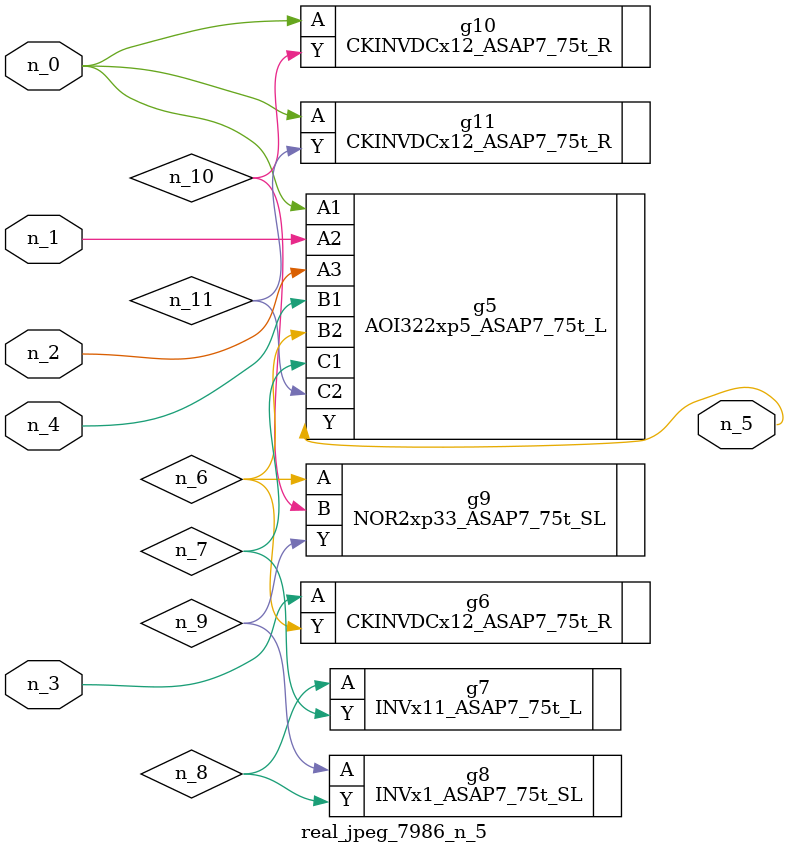
<source format=v>
module real_jpeg_7986_n_5 (n_4, n_0, n_1, n_2, n_3, n_5);

input n_4;
input n_0;
input n_1;
input n_2;
input n_3;

output n_5;

wire n_8;
wire n_11;
wire n_6;
wire n_7;
wire n_10;
wire n_9;

AOI322xp5_ASAP7_75t_L g5 ( 
.A1(n_0),
.A2(n_1),
.A3(n_2),
.B1(n_4),
.B2(n_6),
.C1(n_7),
.C2(n_11),
.Y(n_5)
);

CKINVDCx12_ASAP7_75t_R g10 ( 
.A(n_0),
.Y(n_10)
);

CKINVDCx12_ASAP7_75t_R g11 ( 
.A(n_0),
.Y(n_11)
);

CKINVDCx12_ASAP7_75t_R g6 ( 
.A(n_3),
.Y(n_6)
);

NOR2xp33_ASAP7_75t_SL g9 ( 
.A(n_6),
.B(n_10),
.Y(n_9)
);

INVx11_ASAP7_75t_L g7 ( 
.A(n_8),
.Y(n_7)
);

INVx1_ASAP7_75t_SL g8 ( 
.A(n_9),
.Y(n_8)
);


endmodule
</source>
